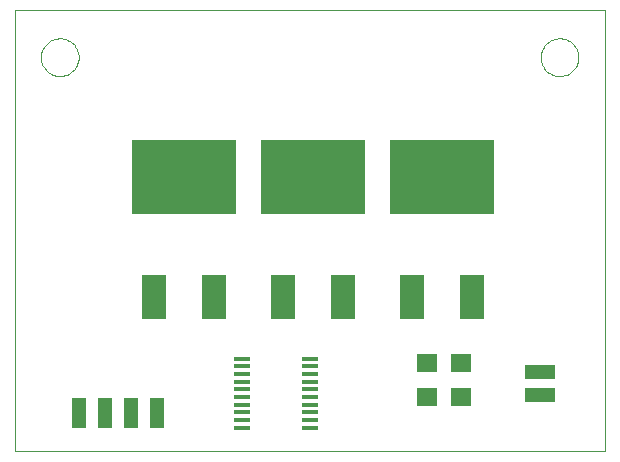
<source format=gtp>
G75*
%MOIN*%
%OFA0B0*%
%FSLAX24Y24*%
%IPPOS*%
%LPD*%
%AMOC8*
5,1,8,0,0,1.08239X$1,22.5*
%
%ADD10C,0.0000*%
%ADD11R,0.0820X0.1500*%
%ADD12R,0.3500X0.2500*%
%ADD13R,0.0531X0.0157*%
%ADD14R,0.0710X0.0630*%
%ADD15R,0.1000X0.0500*%
%ADD16R,0.0500X0.1000*%
D10*
X000180Y000180D02*
X000180Y014865D01*
X019865Y014865D01*
X019865Y000180D01*
X000180Y000180D01*
X001050Y013305D02*
X001052Y013355D01*
X001058Y013405D01*
X001068Y013454D01*
X001082Y013502D01*
X001099Y013549D01*
X001120Y013594D01*
X001145Y013638D01*
X001173Y013679D01*
X001205Y013718D01*
X001239Y013755D01*
X001276Y013789D01*
X001316Y013819D01*
X001358Y013846D01*
X001402Y013870D01*
X001448Y013891D01*
X001495Y013907D01*
X001543Y013920D01*
X001593Y013929D01*
X001642Y013934D01*
X001693Y013935D01*
X001743Y013932D01*
X001792Y013925D01*
X001841Y013914D01*
X001889Y013899D01*
X001935Y013881D01*
X001980Y013859D01*
X002023Y013833D01*
X002064Y013804D01*
X002103Y013772D01*
X002139Y013737D01*
X002171Y013699D01*
X002201Y013659D01*
X002228Y013616D01*
X002251Y013572D01*
X002270Y013526D01*
X002286Y013478D01*
X002298Y013429D01*
X002306Y013380D01*
X002310Y013330D01*
X002310Y013280D01*
X002306Y013230D01*
X002298Y013181D01*
X002286Y013132D01*
X002270Y013084D01*
X002251Y013038D01*
X002228Y012994D01*
X002201Y012951D01*
X002171Y012911D01*
X002139Y012873D01*
X002103Y012838D01*
X002064Y012806D01*
X002023Y012777D01*
X001980Y012751D01*
X001935Y012729D01*
X001889Y012711D01*
X001841Y012696D01*
X001792Y012685D01*
X001743Y012678D01*
X001693Y012675D01*
X001642Y012676D01*
X001593Y012681D01*
X001543Y012690D01*
X001495Y012703D01*
X001448Y012719D01*
X001402Y012740D01*
X001358Y012764D01*
X001316Y012791D01*
X001276Y012821D01*
X001239Y012855D01*
X001205Y012892D01*
X001173Y012931D01*
X001145Y012972D01*
X001120Y013016D01*
X001099Y013061D01*
X001082Y013108D01*
X001068Y013156D01*
X001058Y013205D01*
X001052Y013255D01*
X001050Y013305D01*
X017710Y013305D02*
X017712Y013355D01*
X017718Y013405D01*
X017728Y013454D01*
X017742Y013502D01*
X017759Y013549D01*
X017780Y013594D01*
X017805Y013638D01*
X017833Y013679D01*
X017865Y013718D01*
X017899Y013755D01*
X017936Y013789D01*
X017976Y013819D01*
X018018Y013846D01*
X018062Y013870D01*
X018108Y013891D01*
X018155Y013907D01*
X018203Y013920D01*
X018253Y013929D01*
X018302Y013934D01*
X018353Y013935D01*
X018403Y013932D01*
X018452Y013925D01*
X018501Y013914D01*
X018549Y013899D01*
X018595Y013881D01*
X018640Y013859D01*
X018683Y013833D01*
X018724Y013804D01*
X018763Y013772D01*
X018799Y013737D01*
X018831Y013699D01*
X018861Y013659D01*
X018888Y013616D01*
X018911Y013572D01*
X018930Y013526D01*
X018946Y013478D01*
X018958Y013429D01*
X018966Y013380D01*
X018970Y013330D01*
X018970Y013280D01*
X018966Y013230D01*
X018958Y013181D01*
X018946Y013132D01*
X018930Y013084D01*
X018911Y013038D01*
X018888Y012994D01*
X018861Y012951D01*
X018831Y012911D01*
X018799Y012873D01*
X018763Y012838D01*
X018724Y012806D01*
X018683Y012777D01*
X018640Y012751D01*
X018595Y012729D01*
X018549Y012711D01*
X018501Y012696D01*
X018452Y012685D01*
X018403Y012678D01*
X018353Y012675D01*
X018302Y012676D01*
X018253Y012681D01*
X018203Y012690D01*
X018155Y012703D01*
X018108Y012719D01*
X018062Y012740D01*
X018018Y012764D01*
X017976Y012791D01*
X017936Y012821D01*
X017899Y012855D01*
X017865Y012892D01*
X017833Y012931D01*
X017805Y012972D01*
X017780Y013016D01*
X017759Y013061D01*
X017742Y013108D01*
X017728Y013156D01*
X017718Y013205D01*
X017712Y013255D01*
X017710Y013305D01*
D11*
X015430Y005305D03*
X013430Y005305D03*
X011130Y005305D03*
X009130Y005305D03*
X006805Y005305D03*
X004805Y005305D03*
D12*
X005805Y009305D03*
X010130Y009305D03*
X014430Y009305D03*
D13*
X010012Y003257D03*
X010012Y003001D03*
X010012Y002745D03*
X010012Y002489D03*
X010012Y002233D03*
X010012Y001977D03*
X010012Y001721D03*
X010012Y001465D03*
X010012Y001209D03*
X010012Y000953D03*
X007748Y000953D03*
X007748Y001209D03*
X007748Y001465D03*
X007748Y001721D03*
X007748Y001977D03*
X007748Y002233D03*
X007748Y002489D03*
X007748Y002745D03*
X007748Y003001D03*
X007748Y003257D03*
D14*
X013930Y003115D03*
X015055Y003115D03*
X015055Y001995D03*
X013930Y001995D03*
D15*
X017680Y002055D03*
X017680Y002805D03*
D16*
X004930Y001430D03*
X004055Y001430D03*
X003180Y001430D03*
X002305Y001430D03*
M02*

</source>
